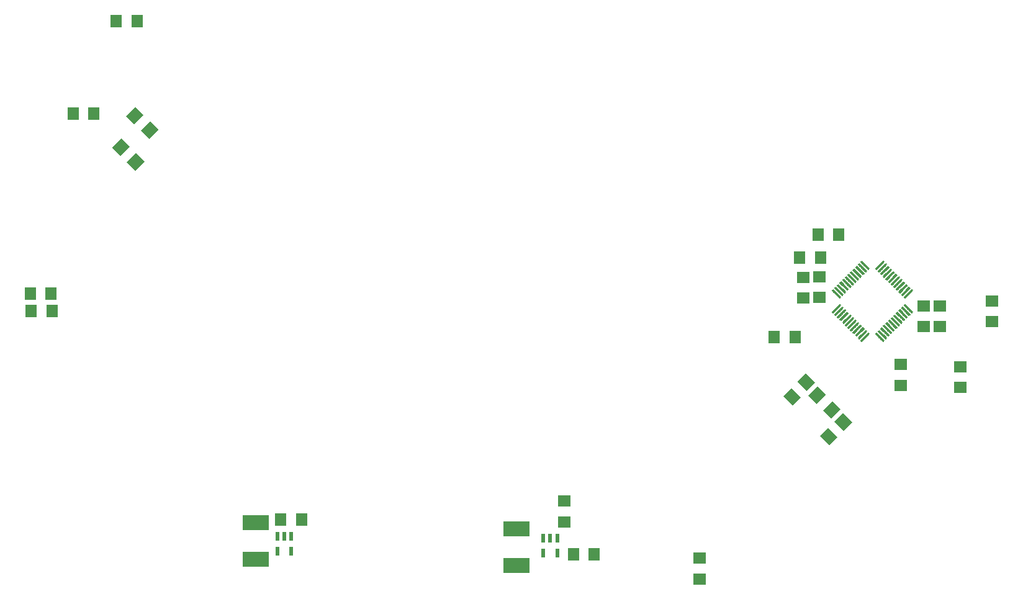
<source format=gbr>
G04 EAGLE Gerber RS-274X export*
G75*
%MOMM*%
%FSLAX34Y34*%
%LPD*%
%INSolderpaste Top*%
%IPPOS*%
%AMOC8*
5,1,8,0,0,1.08239X$1,22.5*%
G01*
%ADD10R,1.803000X1.600000*%
%ADD11R,0.609200X1.180100*%
%ADD12R,3.611800X2.061800*%
%ADD13R,1.600000X1.800000*%
%ADD14C,0.140000*%
%ADD15R,1.600000X1.803000*%
%ADD16R,1.800000X1.600000*%


D10*
X937768Y89277D03*
X937768Y60837D03*
D11*
X743560Y116163D03*
X734060Y116163D03*
X724560Y116163D03*
X724560Y95673D03*
X743560Y95673D03*
X380975Y118957D03*
X371475Y118957D03*
X361975Y118957D03*
X361975Y98467D03*
X380975Y98467D03*
D12*
X332867Y137772D03*
X332867Y87272D03*
X688340Y129390D03*
X688340Y78890D03*
D13*
X766288Y94742D03*
X794288Y94742D03*
D14*
X1129993Y433833D02*
X1129003Y434823D01*
X1129993Y433833D02*
X1119953Y423793D01*
X1118963Y424783D01*
X1129003Y434823D01*
X1121283Y425123D02*
X1119303Y425123D01*
X1120633Y426453D02*
X1122613Y426453D01*
X1121963Y427783D02*
X1123943Y427783D01*
X1123293Y429113D02*
X1125273Y429113D01*
X1124623Y430443D02*
X1126603Y430443D01*
X1125953Y431773D02*
X1127933Y431773D01*
X1127283Y433103D02*
X1129263Y433103D01*
X1129393Y434433D02*
X1128613Y434433D01*
X1132538Y431288D02*
X1133528Y430298D01*
X1123488Y420258D01*
X1122498Y421248D01*
X1132538Y431288D01*
X1124818Y421588D02*
X1122838Y421588D01*
X1124168Y422918D02*
X1126148Y422918D01*
X1125498Y424248D02*
X1127478Y424248D01*
X1126828Y425578D02*
X1128808Y425578D01*
X1128158Y426908D02*
X1130138Y426908D01*
X1129488Y428238D02*
X1131468Y428238D01*
X1130818Y429568D02*
X1132798Y429568D01*
X1132928Y430898D02*
X1132148Y430898D01*
X1136074Y427752D02*
X1137064Y426762D01*
X1127024Y416722D01*
X1126034Y417712D01*
X1136074Y427752D01*
X1128354Y418052D02*
X1126374Y418052D01*
X1127704Y419382D02*
X1129684Y419382D01*
X1129034Y420712D02*
X1131014Y420712D01*
X1130364Y422042D02*
X1132344Y422042D01*
X1131694Y423372D02*
X1133674Y423372D01*
X1133024Y424702D02*
X1135004Y424702D01*
X1134354Y426032D02*
X1136334Y426032D01*
X1136464Y427362D02*
X1135684Y427362D01*
X1139609Y424217D02*
X1140599Y423227D01*
X1130559Y413187D01*
X1129569Y414177D01*
X1139609Y424217D01*
X1131889Y414517D02*
X1129909Y414517D01*
X1131239Y415847D02*
X1133219Y415847D01*
X1132569Y417177D02*
X1134549Y417177D01*
X1133899Y418507D02*
X1135879Y418507D01*
X1135229Y419837D02*
X1137209Y419837D01*
X1136559Y421167D02*
X1138539Y421167D01*
X1137889Y422497D02*
X1139869Y422497D01*
X1139999Y423827D02*
X1139219Y423827D01*
X1143145Y420681D02*
X1144135Y419691D01*
X1134095Y409651D01*
X1133105Y410641D01*
X1143145Y420681D01*
X1135425Y410981D02*
X1133445Y410981D01*
X1134775Y412311D02*
X1136755Y412311D01*
X1136105Y413641D02*
X1138085Y413641D01*
X1137435Y414971D02*
X1139415Y414971D01*
X1138765Y416301D02*
X1140745Y416301D01*
X1140095Y417631D02*
X1142075Y417631D01*
X1141425Y418961D02*
X1143405Y418961D01*
X1143535Y420291D02*
X1142755Y420291D01*
X1146680Y417146D02*
X1147670Y416156D01*
X1137630Y406116D01*
X1136640Y407106D01*
X1146680Y417146D01*
X1138960Y407446D02*
X1136980Y407446D01*
X1138310Y408776D02*
X1140290Y408776D01*
X1139640Y410106D02*
X1141620Y410106D01*
X1140970Y411436D02*
X1142950Y411436D01*
X1142300Y412766D02*
X1144280Y412766D01*
X1143630Y414096D02*
X1145610Y414096D01*
X1144960Y415426D02*
X1146940Y415426D01*
X1147070Y416756D02*
X1146290Y416756D01*
X1150216Y413610D02*
X1151206Y412620D01*
X1141166Y402580D01*
X1140176Y403570D01*
X1150216Y413610D01*
X1142496Y403910D02*
X1140516Y403910D01*
X1141846Y405240D02*
X1143826Y405240D01*
X1143176Y406570D02*
X1145156Y406570D01*
X1144506Y407900D02*
X1146486Y407900D01*
X1145836Y409230D02*
X1147816Y409230D01*
X1147166Y410560D02*
X1149146Y410560D01*
X1148496Y411890D02*
X1150476Y411890D01*
X1150606Y413220D02*
X1149826Y413220D01*
X1153751Y410075D02*
X1154741Y409085D01*
X1144701Y399045D01*
X1143711Y400035D01*
X1153751Y410075D01*
X1146031Y400375D02*
X1144051Y400375D01*
X1145381Y401705D02*
X1147361Y401705D01*
X1146711Y403035D02*
X1148691Y403035D01*
X1148041Y404365D02*
X1150021Y404365D01*
X1149371Y405695D02*
X1151351Y405695D01*
X1150701Y407025D02*
X1152681Y407025D01*
X1152031Y408355D02*
X1154011Y408355D01*
X1154141Y409685D02*
X1153361Y409685D01*
X1157287Y406539D02*
X1158277Y405549D01*
X1148237Y395509D01*
X1147247Y396499D01*
X1157287Y406539D01*
X1149567Y396839D02*
X1147587Y396839D01*
X1148917Y398169D02*
X1150897Y398169D01*
X1150247Y399499D02*
X1152227Y399499D01*
X1151577Y400829D02*
X1153557Y400829D01*
X1152907Y402159D02*
X1154887Y402159D01*
X1154237Y403489D02*
X1156217Y403489D01*
X1155567Y404819D02*
X1157547Y404819D01*
X1157677Y406149D02*
X1156897Y406149D01*
X1160822Y403004D02*
X1161812Y402014D01*
X1151772Y391974D01*
X1150782Y392964D01*
X1160822Y403004D01*
X1153102Y393304D02*
X1151122Y393304D01*
X1152452Y394634D02*
X1154432Y394634D01*
X1153782Y395964D02*
X1155762Y395964D01*
X1155112Y397294D02*
X1157092Y397294D01*
X1156442Y398624D02*
X1158422Y398624D01*
X1157772Y399954D02*
X1159752Y399954D01*
X1159102Y401284D02*
X1161082Y401284D01*
X1161212Y402614D02*
X1160432Y402614D01*
X1164358Y399468D02*
X1165348Y398478D01*
X1155308Y388438D01*
X1154318Y389428D01*
X1164358Y399468D01*
X1156638Y389768D02*
X1154658Y389768D01*
X1155988Y391098D02*
X1157968Y391098D01*
X1157318Y392428D02*
X1159298Y392428D01*
X1158648Y393758D02*
X1160628Y393758D01*
X1159978Y395088D02*
X1161958Y395088D01*
X1161308Y396418D02*
X1163288Y396418D01*
X1162638Y397748D02*
X1164618Y397748D01*
X1164748Y399078D02*
X1163968Y399078D01*
X1167893Y395933D02*
X1168883Y394943D01*
X1158843Y384903D01*
X1157853Y385893D01*
X1167893Y395933D01*
X1160173Y386233D02*
X1158193Y386233D01*
X1159523Y387563D02*
X1161503Y387563D01*
X1160853Y388893D02*
X1162833Y388893D01*
X1162183Y390223D02*
X1164163Y390223D01*
X1163513Y391553D02*
X1165493Y391553D01*
X1164843Y392883D02*
X1166823Y392883D01*
X1166173Y394213D02*
X1168153Y394213D01*
X1168283Y395543D02*
X1167503Y395543D01*
X1188117Y384903D02*
X1189107Y385893D01*
X1188117Y384903D02*
X1178077Y394943D01*
X1179067Y395933D01*
X1189107Y385893D01*
X1188767Y386233D02*
X1186787Y386233D01*
X1187437Y387563D02*
X1185457Y387563D01*
X1186107Y388893D02*
X1184127Y388893D01*
X1184777Y390223D02*
X1182797Y390223D01*
X1183447Y391553D02*
X1181467Y391553D01*
X1182117Y392883D02*
X1180137Y392883D01*
X1180787Y394213D02*
X1178807Y394213D01*
X1178677Y395543D02*
X1179457Y395543D01*
X1191652Y388438D02*
X1192642Y389428D01*
X1191652Y388438D02*
X1181612Y398478D01*
X1182602Y399468D01*
X1192642Y389428D01*
X1192302Y389768D02*
X1190322Y389768D01*
X1190972Y391098D02*
X1188992Y391098D01*
X1189642Y392428D02*
X1187662Y392428D01*
X1188312Y393758D02*
X1186332Y393758D01*
X1186982Y395088D02*
X1185002Y395088D01*
X1185652Y396418D02*
X1183672Y396418D01*
X1184322Y397748D02*
X1182342Y397748D01*
X1182212Y399078D02*
X1182992Y399078D01*
X1195188Y391974D02*
X1196178Y392964D01*
X1195188Y391974D02*
X1185148Y402014D01*
X1186138Y403004D01*
X1196178Y392964D01*
X1195838Y393304D02*
X1193858Y393304D01*
X1194508Y394634D02*
X1192528Y394634D01*
X1193178Y395964D02*
X1191198Y395964D01*
X1191848Y397294D02*
X1189868Y397294D01*
X1190518Y398624D02*
X1188538Y398624D01*
X1189188Y399954D02*
X1187208Y399954D01*
X1187858Y401284D02*
X1185878Y401284D01*
X1185748Y402614D02*
X1186528Y402614D01*
X1198723Y395509D02*
X1199713Y396499D01*
X1198723Y395509D02*
X1188683Y405549D01*
X1189673Y406539D01*
X1199713Y396499D01*
X1199373Y396839D02*
X1197393Y396839D01*
X1198043Y398169D02*
X1196063Y398169D01*
X1196713Y399499D02*
X1194733Y399499D01*
X1195383Y400829D02*
X1193403Y400829D01*
X1194053Y402159D02*
X1192073Y402159D01*
X1192723Y403489D02*
X1190743Y403489D01*
X1191393Y404819D02*
X1189413Y404819D01*
X1189283Y406149D02*
X1190063Y406149D01*
X1202259Y399045D02*
X1203249Y400035D01*
X1202259Y399045D02*
X1192219Y409085D01*
X1193209Y410075D01*
X1203249Y400035D01*
X1202909Y400375D02*
X1200929Y400375D01*
X1201579Y401705D02*
X1199599Y401705D01*
X1200249Y403035D02*
X1198269Y403035D01*
X1198919Y404365D02*
X1196939Y404365D01*
X1197589Y405695D02*
X1195609Y405695D01*
X1196259Y407025D02*
X1194279Y407025D01*
X1194929Y408355D02*
X1192949Y408355D01*
X1192819Y409685D02*
X1193599Y409685D01*
X1205794Y402580D02*
X1206784Y403570D01*
X1205794Y402580D02*
X1195754Y412620D01*
X1196744Y413610D01*
X1206784Y403570D01*
X1206444Y403910D02*
X1204464Y403910D01*
X1205114Y405240D02*
X1203134Y405240D01*
X1203784Y406570D02*
X1201804Y406570D01*
X1202454Y407900D02*
X1200474Y407900D01*
X1201124Y409230D02*
X1199144Y409230D01*
X1199794Y410560D02*
X1197814Y410560D01*
X1198464Y411890D02*
X1196484Y411890D01*
X1196354Y413220D02*
X1197134Y413220D01*
X1209330Y406116D02*
X1210320Y407106D01*
X1209330Y406116D02*
X1199290Y416156D01*
X1200280Y417146D01*
X1210320Y407106D01*
X1209980Y407446D02*
X1208000Y407446D01*
X1208650Y408776D02*
X1206670Y408776D01*
X1207320Y410106D02*
X1205340Y410106D01*
X1205990Y411436D02*
X1204010Y411436D01*
X1204660Y412766D02*
X1202680Y412766D01*
X1203330Y414096D02*
X1201350Y414096D01*
X1202000Y415426D02*
X1200020Y415426D01*
X1199890Y416756D02*
X1200670Y416756D01*
X1212865Y409651D02*
X1213855Y410641D01*
X1212865Y409651D02*
X1202825Y419691D01*
X1203815Y420681D01*
X1213855Y410641D01*
X1213515Y410981D02*
X1211535Y410981D01*
X1212185Y412311D02*
X1210205Y412311D01*
X1210855Y413641D02*
X1208875Y413641D01*
X1209525Y414971D02*
X1207545Y414971D01*
X1208195Y416301D02*
X1206215Y416301D01*
X1206865Y417631D02*
X1204885Y417631D01*
X1205535Y418961D02*
X1203555Y418961D01*
X1203425Y420291D02*
X1204205Y420291D01*
X1216401Y413187D02*
X1217391Y414177D01*
X1216401Y413187D02*
X1206361Y423227D01*
X1207351Y424217D01*
X1217391Y414177D01*
X1217051Y414517D02*
X1215071Y414517D01*
X1215721Y415847D02*
X1213741Y415847D01*
X1214391Y417177D02*
X1212411Y417177D01*
X1213061Y418507D02*
X1211081Y418507D01*
X1211731Y419837D02*
X1209751Y419837D01*
X1210401Y421167D02*
X1208421Y421167D01*
X1209071Y422497D02*
X1207091Y422497D01*
X1206961Y423827D02*
X1207741Y423827D01*
X1219936Y416722D02*
X1220926Y417712D01*
X1219936Y416722D02*
X1209896Y426762D01*
X1210886Y427752D01*
X1220926Y417712D01*
X1220586Y418052D02*
X1218606Y418052D01*
X1219256Y419382D02*
X1217276Y419382D01*
X1217926Y420712D02*
X1215946Y420712D01*
X1216596Y422042D02*
X1214616Y422042D01*
X1215266Y423372D02*
X1213286Y423372D01*
X1213936Y424702D02*
X1211956Y424702D01*
X1212606Y426032D02*
X1210626Y426032D01*
X1210496Y427362D02*
X1211276Y427362D01*
X1223472Y420258D02*
X1224462Y421248D01*
X1223472Y420258D02*
X1213432Y430298D01*
X1214422Y431288D01*
X1224462Y421248D01*
X1224122Y421588D02*
X1222142Y421588D01*
X1222792Y422918D02*
X1220812Y422918D01*
X1221462Y424248D02*
X1219482Y424248D01*
X1220132Y425578D02*
X1218152Y425578D01*
X1218802Y426908D02*
X1216822Y426908D01*
X1217472Y428238D02*
X1215492Y428238D01*
X1216142Y429568D02*
X1214162Y429568D01*
X1214032Y430898D02*
X1214812Y430898D01*
X1227007Y423793D02*
X1227997Y424783D01*
X1227007Y423793D02*
X1216967Y433833D01*
X1217957Y434823D01*
X1227997Y424783D01*
X1227657Y425123D02*
X1225677Y425123D01*
X1226327Y426453D02*
X1224347Y426453D01*
X1224997Y427783D02*
X1223017Y427783D01*
X1223667Y429113D02*
X1221687Y429113D01*
X1222337Y430443D02*
X1220357Y430443D01*
X1221007Y431773D02*
X1219027Y431773D01*
X1219677Y433103D02*
X1217697Y433103D01*
X1217567Y434433D02*
X1218347Y434433D01*
X1227997Y454057D02*
X1227007Y455047D01*
X1227997Y454057D02*
X1217957Y444017D01*
X1216967Y445007D01*
X1227007Y455047D01*
X1219287Y445347D02*
X1217307Y445347D01*
X1218637Y446677D02*
X1220617Y446677D01*
X1219967Y448007D02*
X1221947Y448007D01*
X1221297Y449337D02*
X1223277Y449337D01*
X1222627Y450667D02*
X1224607Y450667D01*
X1223957Y451997D02*
X1225937Y451997D01*
X1225287Y453327D02*
X1227267Y453327D01*
X1227397Y454657D02*
X1226617Y454657D01*
X1224462Y457592D02*
X1223472Y458582D01*
X1224462Y457592D02*
X1214422Y447552D01*
X1213432Y448542D01*
X1223472Y458582D01*
X1215752Y448882D02*
X1213772Y448882D01*
X1215102Y450212D02*
X1217082Y450212D01*
X1216432Y451542D02*
X1218412Y451542D01*
X1217762Y452872D02*
X1219742Y452872D01*
X1219092Y454202D02*
X1221072Y454202D01*
X1220422Y455532D02*
X1222402Y455532D01*
X1221752Y456862D02*
X1223732Y456862D01*
X1223862Y458192D02*
X1223082Y458192D01*
X1220926Y461128D02*
X1219936Y462118D01*
X1220926Y461128D02*
X1210886Y451088D01*
X1209896Y452078D01*
X1219936Y462118D01*
X1212216Y452418D02*
X1210236Y452418D01*
X1211566Y453748D02*
X1213546Y453748D01*
X1212896Y455078D02*
X1214876Y455078D01*
X1214226Y456408D02*
X1216206Y456408D01*
X1215556Y457738D02*
X1217536Y457738D01*
X1216886Y459068D02*
X1218866Y459068D01*
X1218216Y460398D02*
X1220196Y460398D01*
X1220326Y461728D02*
X1219546Y461728D01*
X1217391Y464663D02*
X1216401Y465653D01*
X1217391Y464663D02*
X1207351Y454623D01*
X1206361Y455613D01*
X1216401Y465653D01*
X1208681Y455953D02*
X1206701Y455953D01*
X1208031Y457283D02*
X1210011Y457283D01*
X1209361Y458613D02*
X1211341Y458613D01*
X1210691Y459943D02*
X1212671Y459943D01*
X1212021Y461273D02*
X1214001Y461273D01*
X1213351Y462603D02*
X1215331Y462603D01*
X1214681Y463933D02*
X1216661Y463933D01*
X1216791Y465263D02*
X1216011Y465263D01*
X1213855Y468199D02*
X1212865Y469189D01*
X1213855Y468199D02*
X1203815Y458159D01*
X1202825Y459149D01*
X1212865Y469189D01*
X1205145Y459489D02*
X1203165Y459489D01*
X1204495Y460819D02*
X1206475Y460819D01*
X1205825Y462149D02*
X1207805Y462149D01*
X1207155Y463479D02*
X1209135Y463479D01*
X1208485Y464809D02*
X1210465Y464809D01*
X1209815Y466139D02*
X1211795Y466139D01*
X1211145Y467469D02*
X1213125Y467469D01*
X1213255Y468799D02*
X1212475Y468799D01*
X1210320Y471734D02*
X1209330Y472724D01*
X1210320Y471734D02*
X1200280Y461694D01*
X1199290Y462684D01*
X1209330Y472724D01*
X1201610Y463024D02*
X1199630Y463024D01*
X1200960Y464354D02*
X1202940Y464354D01*
X1202290Y465684D02*
X1204270Y465684D01*
X1203620Y467014D02*
X1205600Y467014D01*
X1204950Y468344D02*
X1206930Y468344D01*
X1206280Y469674D02*
X1208260Y469674D01*
X1207610Y471004D02*
X1209590Y471004D01*
X1209720Y472334D02*
X1208940Y472334D01*
X1206784Y475270D02*
X1205794Y476260D01*
X1206784Y475270D02*
X1196744Y465230D01*
X1195754Y466220D01*
X1205794Y476260D01*
X1198074Y466560D02*
X1196094Y466560D01*
X1197424Y467890D02*
X1199404Y467890D01*
X1198754Y469220D02*
X1200734Y469220D01*
X1200084Y470550D02*
X1202064Y470550D01*
X1201414Y471880D02*
X1203394Y471880D01*
X1202744Y473210D02*
X1204724Y473210D01*
X1204074Y474540D02*
X1206054Y474540D01*
X1206184Y475870D02*
X1205404Y475870D01*
X1203249Y478805D02*
X1202259Y479795D01*
X1203249Y478805D02*
X1193209Y468765D01*
X1192219Y469755D01*
X1202259Y479795D01*
X1194539Y470095D02*
X1192559Y470095D01*
X1193889Y471425D02*
X1195869Y471425D01*
X1195219Y472755D02*
X1197199Y472755D01*
X1196549Y474085D02*
X1198529Y474085D01*
X1197879Y475415D02*
X1199859Y475415D01*
X1199209Y476745D02*
X1201189Y476745D01*
X1200539Y478075D02*
X1202519Y478075D01*
X1202649Y479405D02*
X1201869Y479405D01*
X1199713Y482341D02*
X1198723Y483331D01*
X1199713Y482341D02*
X1189673Y472301D01*
X1188683Y473291D01*
X1198723Y483331D01*
X1191003Y473631D02*
X1189023Y473631D01*
X1190353Y474961D02*
X1192333Y474961D01*
X1191683Y476291D02*
X1193663Y476291D01*
X1193013Y477621D02*
X1194993Y477621D01*
X1194343Y478951D02*
X1196323Y478951D01*
X1195673Y480281D02*
X1197653Y480281D01*
X1197003Y481611D02*
X1198983Y481611D01*
X1199113Y482941D02*
X1198333Y482941D01*
X1196178Y485876D02*
X1195188Y486866D01*
X1196178Y485876D02*
X1186138Y475836D01*
X1185148Y476826D01*
X1195188Y486866D01*
X1187468Y477166D02*
X1185488Y477166D01*
X1186818Y478496D02*
X1188798Y478496D01*
X1188148Y479826D02*
X1190128Y479826D01*
X1189478Y481156D02*
X1191458Y481156D01*
X1190808Y482486D02*
X1192788Y482486D01*
X1192138Y483816D02*
X1194118Y483816D01*
X1193468Y485146D02*
X1195448Y485146D01*
X1195578Y486476D02*
X1194798Y486476D01*
X1192642Y489412D02*
X1191652Y490402D01*
X1192642Y489412D02*
X1182602Y479372D01*
X1181612Y480362D01*
X1191652Y490402D01*
X1183932Y480702D02*
X1181952Y480702D01*
X1183282Y482032D02*
X1185262Y482032D01*
X1184612Y483362D02*
X1186592Y483362D01*
X1185942Y484692D02*
X1187922Y484692D01*
X1187272Y486022D02*
X1189252Y486022D01*
X1188602Y487352D02*
X1190582Y487352D01*
X1189932Y488682D02*
X1191912Y488682D01*
X1192042Y490012D02*
X1191262Y490012D01*
X1189107Y492947D02*
X1188117Y493937D01*
X1189107Y492947D02*
X1179067Y482907D01*
X1178077Y483897D01*
X1188117Y493937D01*
X1180397Y484237D02*
X1178417Y484237D01*
X1179747Y485567D02*
X1181727Y485567D01*
X1181077Y486897D02*
X1183057Y486897D01*
X1182407Y488227D02*
X1184387Y488227D01*
X1183737Y489557D02*
X1185717Y489557D01*
X1185067Y490887D02*
X1187047Y490887D01*
X1186397Y492217D02*
X1188377Y492217D01*
X1188507Y493547D02*
X1187727Y493547D01*
X1168883Y483897D02*
X1167893Y482907D01*
X1157853Y492947D01*
X1158843Y493937D01*
X1168883Y483897D01*
X1168543Y484237D02*
X1166563Y484237D01*
X1167213Y485567D02*
X1165233Y485567D01*
X1165883Y486897D02*
X1163903Y486897D01*
X1164553Y488227D02*
X1162573Y488227D01*
X1163223Y489557D02*
X1161243Y489557D01*
X1161893Y490887D02*
X1159913Y490887D01*
X1160563Y492217D02*
X1158583Y492217D01*
X1158453Y493547D02*
X1159233Y493547D01*
X1165348Y480362D02*
X1164358Y479372D01*
X1154318Y489412D01*
X1155308Y490402D01*
X1165348Y480362D01*
X1165008Y480702D02*
X1163028Y480702D01*
X1163678Y482032D02*
X1161698Y482032D01*
X1162348Y483362D02*
X1160368Y483362D01*
X1161018Y484692D02*
X1159038Y484692D01*
X1159688Y486022D02*
X1157708Y486022D01*
X1158358Y487352D02*
X1156378Y487352D01*
X1157028Y488682D02*
X1155048Y488682D01*
X1154918Y490012D02*
X1155698Y490012D01*
X1161812Y476826D02*
X1160822Y475836D01*
X1150782Y485876D01*
X1151772Y486866D01*
X1161812Y476826D01*
X1161472Y477166D02*
X1159492Y477166D01*
X1160142Y478496D02*
X1158162Y478496D01*
X1158812Y479826D02*
X1156832Y479826D01*
X1157482Y481156D02*
X1155502Y481156D01*
X1156152Y482486D02*
X1154172Y482486D01*
X1154822Y483816D02*
X1152842Y483816D01*
X1153492Y485146D02*
X1151512Y485146D01*
X1151382Y486476D02*
X1152162Y486476D01*
X1158277Y473291D02*
X1157287Y472301D01*
X1147247Y482341D01*
X1148237Y483331D01*
X1158277Y473291D01*
X1157937Y473631D02*
X1155957Y473631D01*
X1156607Y474961D02*
X1154627Y474961D01*
X1155277Y476291D02*
X1153297Y476291D01*
X1153947Y477621D02*
X1151967Y477621D01*
X1152617Y478951D02*
X1150637Y478951D01*
X1151287Y480281D02*
X1149307Y480281D01*
X1149957Y481611D02*
X1147977Y481611D01*
X1147847Y482941D02*
X1148627Y482941D01*
X1154741Y469755D02*
X1153751Y468765D01*
X1143711Y478805D01*
X1144701Y479795D01*
X1154741Y469755D01*
X1154401Y470095D02*
X1152421Y470095D01*
X1153071Y471425D02*
X1151091Y471425D01*
X1151741Y472755D02*
X1149761Y472755D01*
X1150411Y474085D02*
X1148431Y474085D01*
X1149081Y475415D02*
X1147101Y475415D01*
X1147751Y476745D02*
X1145771Y476745D01*
X1146421Y478075D02*
X1144441Y478075D01*
X1144311Y479405D02*
X1145091Y479405D01*
X1151206Y466220D02*
X1150216Y465230D01*
X1140176Y475270D01*
X1141166Y476260D01*
X1151206Y466220D01*
X1150866Y466560D02*
X1148886Y466560D01*
X1149536Y467890D02*
X1147556Y467890D01*
X1148206Y469220D02*
X1146226Y469220D01*
X1146876Y470550D02*
X1144896Y470550D01*
X1145546Y471880D02*
X1143566Y471880D01*
X1144216Y473210D02*
X1142236Y473210D01*
X1142886Y474540D02*
X1140906Y474540D01*
X1140776Y475870D02*
X1141556Y475870D01*
X1147670Y462684D02*
X1146680Y461694D01*
X1136640Y471734D01*
X1137630Y472724D01*
X1147670Y462684D01*
X1147330Y463024D02*
X1145350Y463024D01*
X1146000Y464354D02*
X1144020Y464354D01*
X1144670Y465684D02*
X1142690Y465684D01*
X1143340Y467014D02*
X1141360Y467014D01*
X1142010Y468344D02*
X1140030Y468344D01*
X1140680Y469674D02*
X1138700Y469674D01*
X1139350Y471004D02*
X1137370Y471004D01*
X1137240Y472334D02*
X1138020Y472334D01*
X1144135Y459149D02*
X1143145Y458159D01*
X1133105Y468199D01*
X1134095Y469189D01*
X1144135Y459149D01*
X1143795Y459489D02*
X1141815Y459489D01*
X1142465Y460819D02*
X1140485Y460819D01*
X1141135Y462149D02*
X1139155Y462149D01*
X1139805Y463479D02*
X1137825Y463479D01*
X1138475Y464809D02*
X1136495Y464809D01*
X1137145Y466139D02*
X1135165Y466139D01*
X1135815Y467469D02*
X1133835Y467469D01*
X1133705Y468799D02*
X1134485Y468799D01*
X1140599Y455613D02*
X1139609Y454623D01*
X1129569Y464663D01*
X1130559Y465653D01*
X1140599Y455613D01*
X1140259Y455953D02*
X1138279Y455953D01*
X1138929Y457283D02*
X1136949Y457283D01*
X1137599Y458613D02*
X1135619Y458613D01*
X1136269Y459943D02*
X1134289Y459943D01*
X1134939Y461273D02*
X1132959Y461273D01*
X1133609Y462603D02*
X1131629Y462603D01*
X1132279Y463933D02*
X1130299Y463933D01*
X1130169Y465263D02*
X1130949Y465263D01*
X1137064Y452078D02*
X1136074Y451088D01*
X1126034Y461128D01*
X1127024Y462118D01*
X1137064Y452078D01*
X1136724Y452418D02*
X1134744Y452418D01*
X1135394Y453748D02*
X1133414Y453748D01*
X1134064Y455078D02*
X1132084Y455078D01*
X1132734Y456408D02*
X1130754Y456408D01*
X1131404Y457738D02*
X1129424Y457738D01*
X1130074Y459068D02*
X1128094Y459068D01*
X1128744Y460398D02*
X1126764Y460398D01*
X1126634Y461728D02*
X1127414Y461728D01*
X1133528Y448542D02*
X1132538Y447552D01*
X1122498Y457592D01*
X1123488Y458582D01*
X1133528Y448542D01*
X1133188Y448882D02*
X1131208Y448882D01*
X1131858Y450212D02*
X1129878Y450212D01*
X1130528Y451542D02*
X1128548Y451542D01*
X1129198Y452872D02*
X1127218Y452872D01*
X1127868Y454202D02*
X1125888Y454202D01*
X1126538Y455532D02*
X1124558Y455532D01*
X1125208Y456862D02*
X1123228Y456862D01*
X1123098Y458192D02*
X1123878Y458192D01*
X1129993Y445007D02*
X1129003Y444017D01*
X1118963Y454057D01*
X1119953Y455047D01*
X1129993Y445007D01*
X1129653Y445347D02*
X1127673Y445347D01*
X1128323Y446677D02*
X1126343Y446677D01*
X1126993Y448007D02*
X1125013Y448007D01*
X1125663Y449337D02*
X1123683Y449337D01*
X1124333Y450667D02*
X1122353Y450667D01*
X1123003Y451997D02*
X1121023Y451997D01*
X1121673Y453327D02*
X1119693Y453327D01*
X1119563Y454657D02*
X1120343Y454657D01*
D15*
X1067939Y390906D03*
X1039499Y390906D03*
X1127756Y530098D03*
X1099316Y530098D03*
X1102610Y499110D03*
X1074170Y499110D03*
D10*
X753364Y138434D03*
X753364Y166874D03*
D15*
X394712Y141986D03*
X366272Y141986D03*
D16*
X1243584Y432719D03*
X1243584Y404719D03*
X1079246Y443962D03*
X1079246Y471962D03*
X1101090Y444470D03*
X1101090Y472470D03*
X1265174Y432973D03*
X1265174Y404973D03*
D13*
G36*
X1071537Y330011D02*
X1082850Y341324D01*
X1095577Y328597D01*
X1084264Y317284D01*
X1071537Y330011D01*
G37*
G36*
X1051739Y310213D02*
X1063052Y321526D01*
X1075779Y308799D01*
X1064466Y297486D01*
X1051739Y310213D01*
G37*
G36*
X1121702Y275782D02*
X1133015Y287095D01*
X1145742Y274368D01*
X1134429Y263055D01*
X1121702Y275782D01*
G37*
G36*
X1101904Y255984D02*
X1113217Y267297D01*
X1125944Y254570D01*
X1114631Y243257D01*
X1101904Y255984D01*
G37*
D10*
X1293241Y350262D03*
X1293241Y321822D03*
X1212342Y324616D03*
X1212342Y353056D03*
D16*
X1336802Y439450D03*
X1336802Y411450D03*
D13*
X52862Y450342D03*
X24862Y450342D03*
X54386Y426085D03*
X26386Y426085D03*
D15*
G36*
X1098737Y323584D02*
X1110051Y312270D01*
X1097303Y299522D01*
X1085989Y310836D01*
X1098737Y323584D01*
G37*
G36*
X1118847Y303474D02*
X1130161Y292160D01*
X1117413Y279412D01*
X1106099Y290726D01*
X1118847Y303474D01*
G37*
X141990Y821817D03*
X170430Y821817D03*
G36*
X186757Y660920D02*
X175443Y672234D01*
X188191Y684982D01*
X199505Y673668D01*
X186757Y660920D01*
G37*
G36*
X166647Y681030D02*
X155333Y692344D01*
X168081Y705092D01*
X179395Y693778D01*
X166647Y681030D01*
G37*
G36*
X167834Y617740D02*
X156520Y629054D01*
X169268Y641802D01*
X180582Y630488D01*
X167834Y617740D01*
G37*
G36*
X147724Y637850D02*
X136410Y649164D01*
X149158Y661912D01*
X160472Y650598D01*
X147724Y637850D01*
G37*
X111756Y695579D03*
X83316Y695579D03*
M02*

</source>
